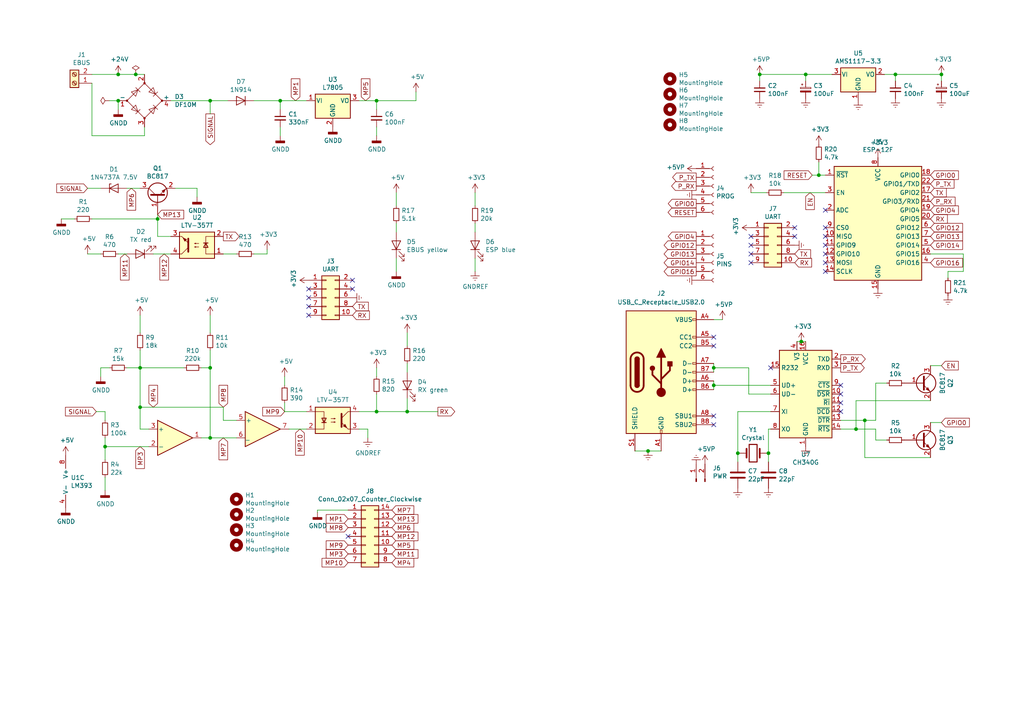
<source format=kicad_sch>
(kicad_sch (version 20211123) (generator eeschema)
  (paper "A4")
  (junction (at 250.825 121.92))
  (junction (at 207.01 111.76))
  (junction (at 40.64 118.11))
  (junction (at 30.48 129.54))
  (junction (at 81.28 29.21))
  (junction (at 222.885 131.445))
  (junction (at 259.715 21.59))
  (junction (at 39.37 21.59))
  (junction (at 109.22 119.38))
  (junction (at 213.995 131.445))
  (junction (at 45.72 63.5))
  (junction (at 34.29 29.21))
  (junction (at 109.22 29.21))
  (junction (at 40.64 106.68))
  (junction (at 237.49 50.8))
  (junction (at 248.285 124.46))
  (junction (at 187.96 130.81))
  (junction (at 233.68 21.59))
  (junction (at 60.96 29.21))
  (junction (at 273.05 21.59))
  (junction (at 118.11 119.38))
  (junction (at 34.29 21.59))
  (junction (at 220.345 21.59))
  (junction (at 60.96 127))
  (junction (at 60.96 106.68))
  (junction (at 207.01 106.68))
  (junction (at 232.41 99.06))
  (no_connect (at 239.395 68.58))
  (no_connect (at 102.235 83.82))
  (no_connect (at 243.84 111.76))
  (no_connect (at 223.52 106.68))
  (no_connect (at 207.01 100.33))
  (no_connect (at 100.965 155.575))
  (no_connect (at 89.535 86.36))
  (no_connect (at 102.235 81.28))
  (no_connect (at 207.01 97.79))
  (no_connect (at 89.535 88.9))
  (no_connect (at 217.805 73.66))
  (no_connect (at 239.395 71.12))
  (no_connect (at 243.84 116.84))
  (no_connect (at 239.395 73.66))
  (no_connect (at 239.395 66.04))
  (no_connect (at 89.535 83.82))
  (no_connect (at 230.505 68.58))
  (no_connect (at 239.395 76.2))
  (no_connect (at 207.01 123.19))
  (no_connect (at 243.84 114.3))
  (no_connect (at 239.395 78.74))
  (no_connect (at 89.535 91.44))
  (no_connect (at 217.805 76.2))
  (no_connect (at 217.805 68.58))
  (no_connect (at 243.84 119.38))
  (no_connect (at 239.395 60.96))
  (no_connect (at 207.01 120.65))
  (no_connect (at 230.505 66.04))
  (no_connect (at 217.805 71.12))
  (wire (pts (xy 60.96 91.44) (xy 60.96 96.52)))
  (wire (pts (xy 44.45 73.66) (xy 49.53 73.66)))
  (wire (pts (xy 237.49 50.8) (xy 239.395 50.8)))
  (wire (pts (xy 82.55 119.38) (xy 88.9 119.38)))
  (wire (pts (xy 81.28 29.21) (xy 88.9 29.21)))
  (wire (pts (xy 114.935 64.77) (xy 114.935 67.31)))
  (wire (pts (xy 222.885 131.445) (xy 222.885 124.46)))
  (wire (pts (xy 137.795 55.88) (xy 137.795 59.69)))
  (wire (pts (xy 222.885 131.445) (xy 222.885 133.985)))
  (wire (pts (xy 118.11 115.57) (xy 118.11 119.38)))
  (wire (pts (xy 25.4 73.66) (xy 29.21 73.66)))
  (wire (pts (xy 104.14 29.21) (xy 109.22 29.21)))
  (wire (pts (xy 36.83 54.61) (xy 40.64 54.61)))
  (wire (pts (xy 64.77 121.92) (xy 68.58 121.92)))
  (wire (pts (xy 109.22 39.37) (xy 109.22 36.83)))
  (wire (pts (xy 104.14 124.46) (xy 106.68 124.46)))
  (wire (pts (xy 50.8 54.61) (xy 57.15 54.61)))
  (wire (pts (xy 40.64 101.6) (xy 40.64 106.68)))
  (wire (pts (xy 184.15 130.81) (xy 187.96 130.81)))
  (wire (pts (xy 34.29 21.59) (xy 39.37 21.59)))
  (wire (pts (xy 233.68 21.59) (xy 233.68 23.495)))
  (wire (pts (xy 109.22 106.68) (xy 109.22 109.22)))
  (wire (pts (xy 243.84 121.92) (xy 250.825 121.92)))
  (wire (pts (xy 109.22 29.21) (xy 120.65 29.21)))
  (wire (pts (xy 187.96 130.81) (xy 191.77 130.81)))
  (wire (pts (xy 45.72 63.5) (xy 45.72 68.58)))
  (wire (pts (xy 30.48 138.43) (xy 30.48 142.24)))
  (wire (pts (xy 34.29 31.75) (xy 34.29 29.21)))
  (wire (pts (xy 269.875 73.66) (xy 279.4 73.66)))
  (wire (pts (xy 137.795 78.74) (xy 137.795 74.93)))
  (wire (pts (xy 58.42 106.68) (xy 60.96 106.68)))
  (wire (pts (xy 34.29 73.66) (xy 36.83 73.66)))
  (wire (pts (xy 92.075 147.955) (xy 92.075 148.59)))
  (wire (pts (xy 60.96 33.02) (xy 60.96 29.21)))
  (wire (pts (xy 60.96 127) (xy 68.58 127)))
  (wire (pts (xy 207.01 111.76) (xy 223.52 111.76)))
  (wire (pts (xy 40.64 118.11) (xy 64.77 118.11)))
  (wire (pts (xy 231.14 99.06) (xy 232.41 99.06)))
  (wire (pts (xy 254 127.635) (xy 257.175 127.635)))
  (wire (pts (xy 39.37 21.59) (xy 41.91 21.59)))
  (wire (pts (xy 243.84 124.46) (xy 248.285 124.46)))
  (wire (pts (xy 82.55 109.22) (xy 82.55 111.76)))
  (wire (pts (xy 17.78 63.5) (xy 21.59 63.5)))
  (wire (pts (xy 45.72 62.23) (xy 45.72 63.5)))
  (wire (pts (xy 26.67 39.37) (xy 41.91 39.37)))
  (wire (pts (xy 259.715 21.59) (xy 273.05 21.59)))
  (wire (pts (xy 213.995 131.445) (xy 214.63 131.445)))
  (wire (pts (xy 254 121.92) (xy 254 111.125)))
  (wire (pts (xy 254 111.125) (xy 257.175 111.125)))
  (wire (pts (xy 30.48 133.35) (xy 30.48 129.54)))
  (wire (pts (xy 207.01 110.49) (xy 207.01 111.76)))
  (wire (pts (xy 213.995 133.985) (xy 213.995 131.445)))
  (wire (pts (xy 118.11 119.38) (xy 127 119.38)))
  (wire (pts (xy 77.47 73.66) (xy 77.47 72.39)))
  (wire (pts (xy 223.52 114.3) (xy 217.17 114.3)))
  (wire (pts (xy 232.41 99.06) (xy 233.68 99.06)))
  (wire (pts (xy 106.68 124.46) (xy 106.68 127)))
  (wire (pts (xy 222.25 131.445) (xy 222.885 131.445)))
  (wire (pts (xy 58.42 127) (xy 60.96 127)))
  (wire (pts (xy 207.01 106.68) (xy 207.01 107.95)))
  (wire (pts (xy 269.875 122.555) (xy 273.05 122.555)))
  (wire (pts (xy 60.96 29.21) (xy 66.04 29.21)))
  (wire (pts (xy 137.795 64.77) (xy 137.795 67.31)))
  (wire (pts (xy 40.64 124.46) (xy 40.64 118.11)))
  (wire (pts (xy 217.805 55.88) (xy 222.25 55.88)))
  (wire (pts (xy 57.15 54.61) (xy 57.15 57.15)))
  (wire (pts (xy 227.33 55.88) (xy 239.395 55.88)))
  (wire (pts (xy 248.285 116.205) (xy 269.875 116.205)))
  (wire (pts (xy 250.825 121.92) (xy 254 121.92)))
  (wire (pts (xy 118.11 96.52) (xy 118.11 100.33)))
  (wire (pts (xy 207.01 105.41) (xy 207.01 106.68)))
  (wire (pts (xy 217.17 106.68) (xy 207.01 106.68)))
  (wire (pts (xy 250.825 132.715) (xy 269.875 132.715)))
  (wire (pts (xy 27.94 119.38) (xy 30.48 119.38)))
  (wire (pts (xy 237.49 46.99) (xy 237.49 50.8)))
  (wire (pts (xy 209.55 92.71) (xy 207.01 92.71)))
  (wire (pts (xy 222.885 124.46) (xy 223.52 124.46)))
  (wire (pts (xy 256.54 21.59) (xy 259.715 21.59)))
  (wire (pts (xy 213.995 119.38) (xy 223.52 119.38)))
  (wire (pts (xy 41.91 39.37) (xy 41.91 36.83)))
  (wire (pts (xy 109.22 119.38) (xy 118.11 119.38)))
  (wire (pts (xy 73.66 73.66) (xy 77.47 73.66)))
  (wire (pts (xy 29.21 106.68) (xy 31.75 106.68)))
  (wire (pts (xy 49.53 29.21) (xy 60.96 29.21)))
  (wire (pts (xy 213.995 131.445) (xy 213.995 119.38)))
  (wire (pts (xy 118.11 105.41) (xy 118.11 107.95)))
  (wire (pts (xy 220.345 21.59) (xy 233.68 21.59)))
  (wire (pts (xy 248.285 124.46) (xy 254 124.46)))
  (wire (pts (xy 25.4 54.61) (xy 29.21 54.61)))
  (wire (pts (xy 109.22 29.21) (xy 109.22 31.75)))
  (wire (pts (xy 279.4 73.66) (xy 279.4 78.74)))
  (wire (pts (xy 73.66 29.21) (xy 81.28 29.21)))
  (wire (pts (xy 109.22 114.3) (xy 109.22 119.38)))
  (wire (pts (xy 279.4 78.74) (xy 274.955 78.74)))
  (wire (pts (xy 273.05 21.59) (xy 273.05 23.495)))
  (wire (pts (xy 207.01 111.76) (xy 207.01 113.03)))
  (wire (pts (xy 60.96 101.6) (xy 60.96 106.68)))
  (wire (pts (xy 254 124.46) (xy 254 127.635)))
  (wire (pts (xy 31.75 29.21) (xy 34.29 29.21)))
  (wire (pts (xy 26.67 24.13) (xy 26.67 39.37)))
  (wire (pts (xy 81.28 29.21) (xy 81.28 31.75)))
  (wire (pts (xy 104.14 119.38) (xy 109.22 119.38)))
  (wire (pts (xy 120.65 29.21) (xy 120.65 26.67)))
  (wire (pts (xy 259.715 21.59) (xy 259.715 23.495)))
  (wire (pts (xy 100.965 147.955) (xy 92.075 147.955)))
  (wire (pts (xy 114.935 78.74) (xy 114.935 74.93)))
  (wire (pts (xy 81.28 39.37) (xy 81.28 36.83)))
  (wire (pts (xy 26.67 63.5) (xy 45.72 63.5)))
  (wire (pts (xy 30.48 129.54) (xy 30.48 127)))
  (wire (pts (xy 43.18 129.54) (xy 30.48 129.54)))
  (wire (pts (xy 274.955 78.74) (xy 274.955 80.645)))
  (wire (pts (xy 40.64 106.68) (xy 40.64 118.11)))
  (wire (pts (xy 83.82 124.46) (xy 88.9 124.46)))
  (wire (pts (xy 40.64 96.52) (xy 40.64 91.44)))
  (wire (pts (xy 43.18 124.46) (xy 40.64 124.46)))
  (wire (pts (xy 60.96 106.68) (xy 60.96 127)))
  (wire (pts (xy 250.825 121.92) (xy 250.825 132.715)))
  (wire (pts (xy 64.77 73.66) (xy 68.58 73.66)))
  (wire (pts (xy 217.17 114.3) (xy 217.17 106.68)))
  (wire (pts (xy 45.72 68.58) (xy 49.53 68.58)))
  (wire (pts (xy 30.48 119.38) (xy 30.48 121.92)))
  (wire (pts (xy 114.935 55.88) (xy 114.935 59.69)))
  (wire (pts (xy 235.585 50.8) (xy 237.49 50.8)))
  (wire (pts (xy 248.285 124.46) (xy 248.285 116.205)))
  (wire (pts (xy 64.77 118.11) (xy 64.77 121.92)))
  (wire (pts (xy 273.05 106.045) (xy 269.875 106.045)))
  (wire (pts (xy 26.67 21.59) (xy 34.29 21.59)))
  (wire (pts (xy 40.64 106.68) (xy 53.34 106.68)))
  (wire (pts (xy 36.83 106.68) (xy 40.64 106.68)))
  (wire (pts (xy 82.55 116.84) (xy 82.55 119.38)))
  (wire (pts (xy 233.68 21.59) (xy 241.3 21.59)))
  (wire (pts (xy 29.21 106.68) (xy 29.21 109.22)))
  (wire (pts (xy 220.345 21.59) (xy 220.345 23.495)))
  (global_label "MP6" (shape input) (at 113.665 153.035 0) (property "Odnośniki między arkuszami" "${INTERSHEET_REFS}" (effects hide)))
  (global_label "RESET" (shape output) (at 201.93 61.595 180) (property "Odnośniki między arkuszami" "${INTERSHEET_REFS}" (effects hide)))
  (global_label "GPIO4" (shape output) (at 201.93 68.58 180) (property "Odnośniki między arkuszami" "${INTERSHEET_REFS}" (effects hide)))
  (global_label "MP11" (shape input) (at 36.195 73.66 270) (property "Odnośniki między arkuszami" "${INTERSHEET_REFS}" (effects hide)))
  (global_label "TX" (shape input) (at 269.875 55.88 0) (property "Odnośniki między arkuszami" "${INTERSHEET_REFS}" (effects hide)))
  (global_label "P_RX" (shape output) (at 201.93 53.975 180) (property "Odnośniki między arkuszami" "${INTERSHEET_REFS}" (effects hide)))
  (global_label "GPIO16" (shape output) (at 201.93 78.74 180) (property "Odnośniki między arkuszami" "${INTERSHEET_REFS}" (effects hide)))
  (global_label "GPIO13" (shape output) (at 201.93 73.66 180) (property "Odnośniki między arkuszami" "${INTERSHEET_REFS}" (effects hide)))
  (global_label "EN" (shape input) (at 234.95 55.88 270) (property "Odnośniki między arkuszami" "${INTERSHEET_REFS}" (effects hide)))
  (global_label "MP11" (shape input) (at 113.665 160.655 0) (property "Odnośniki między arkuszami" "${INTERSHEET_REFS}" (effects hide)))
  (global_label "P_TX" (shape output) (at 243.84 106.68 0) (property "Odnośniki między arkuszami" "${INTERSHEET_REFS}" (effects hide)))
  (global_label "EN" (shape input) (at 273.05 106.045 0) (property "Odnośniki między arkuszami" "${INTERSHEET_REFS}" (effects hide)))
  (global_label "MP7" (shape input) (at 64.77 127 270) (property "Odnośniki między arkuszami" "${INTERSHEET_REFS}" (effects hide)))
  (global_label "MP13" (shape input) (at 45.72 62.23 0) (property "Odnośniki między arkuszami" "${INTERSHEET_REFS}" (effects hide)))
  (global_label "GPIO4" (shape input) (at 269.875 60.96 0) (property "Odnośniki między arkuszami" "${INTERSHEET_REFS}" (effects hide)))
  (global_label "MP10" (shape input) (at 86.995 124.46 270) (property "Odnośniki między arkuszami" "${INTERSHEET_REFS}" (effects hide)))
  (global_label "SIGNAL" (shape output) (at 60.96 33.02 270) (property "Odnośniki między arkuszami" "${INTERSHEET_REFS}" (effects hide)))
  (global_label "RESET" (shape input) (at 235.585 50.8 180) (property "Odnośniki między arkuszami" "${INTERSHEET_REFS}" (effects hide)))
  (global_label "MP10" (shape input) (at 100.965 163.195 180) (property "Odnośniki między arkuszami" "${INTERSHEET_REFS}" (effects hide)))
  (global_label "GPIO16" (shape input) (at 269.875 76.2 0) (property "Odnośniki między arkuszami" "${INTERSHEET_REFS}" (effects hide)))
  (global_label "GPIO0" (shape input) (at 273.05 122.555 0) (property "Odnośniki między arkuszami" "${INTERSHEET_REFS}" (effects hide)))
  (global_label "GPIO14" (shape input) (at 269.875 71.12 0) (property "Odnośniki między arkuszami" "${INTERSHEET_REFS}" (effects hide)))
  (global_label "MP4" (shape input) (at 44.45 118.11 90) (property "Odnośniki między arkuszami" "${INTERSHEET_REFS}" (effects hide)))
  (global_label "RX" (shape input) (at 230.505 76.2 0) (property "Odnośniki między arkuszami" "${INTERSHEET_REFS}" (effects hide)))
  (global_label "GPIO12" (shape output) (at 201.93 71.12 180) (property "Odnośniki między arkuszami" "${INTERSHEET_REFS}" (effects hide)))
  (global_label "RX" (shape input) (at 269.875 63.5 0) (property "Odnośniki między arkuszami" "${INTERSHEET_REFS}" (effects hide)))
  (global_label "TX" (shape input) (at 102.235 88.9 0) (property "Odnośniki między arkuszami" "${INTERSHEET_REFS}" (effects hide)))
  (global_label "MP5" (shape input) (at 106.045 29.21 90) (property "Odnośniki między arkuszami" "${INTERSHEET_REFS}" (effects hide)))
  (global_label "SIGNAL" (shape input) (at 25.4 54.61 180) (property "Odnośniki między arkuszami" "${INTERSHEET_REFS}" (effects hide)))
  (global_label "MP1" (shape input) (at 100.965 150.495 180) (property "Odnośniki między arkuszami" "${INTERSHEET_REFS}" (effects hide)))
  (global_label "GPIO0" (shape input) (at 269.875 50.8 0) (property "Odnośniki między arkuszami" "${INTERSHEET_REFS}" (effects hide)))
  (global_label "MP3" (shape input) (at 40.64 129.54 270) (property "Odnośniki między arkuszami" "${INTERSHEET_REFS}" (effects hide)))
  (global_label "TX" (shape input) (at 230.505 73.66 0) (property "Odnośniki między arkuszami" "${INTERSHEET_REFS}" (effects hide)))
  (global_label "MP7" (shape input) (at 113.665 147.955 0) (property "Odnośniki między arkuszami" "${INTERSHEET_REFS}" (effects hide)))
  (global_label "MP12" (shape input) (at 113.665 155.575 0) (property "Odnośniki między arkuszami" "${INTERSHEET_REFS}" (effects hide)))
  (global_label "GPIO13" (shape input) (at 269.875 68.58 0) (property "Odnośniki między arkuszami" "${INTERSHEET_REFS}" (effects hide)))
  (global_label "GPIO12" (shape input) (at 269.875 66.04 0) (property "Odnośniki między arkuszami" "${INTERSHEET_REFS}" (effects hide)))
  (global_label "MP3" (shape input) (at 100.965 160.655 180) (property "Odnośniki między arkuszami" "${INTERSHEET_REFS}" (effects hide)))
  (global_label "GPIO0" (shape output) (at 201.93 59.055 180) (property "Odnośniki między arkuszami" "${INTERSHEET_REFS}" (effects hide)))
  (global_label "RX" (shape input) (at 102.235 91.44 0) (property "Odnośniki między arkuszami" "${INTERSHEET_REFS}" (effects hide)))
  (global_label "SIGNAL" (shape input) (at 27.94 119.38 180) (property "Odnośniki między arkuszami" "${INTERSHEET_REFS}" (effects hide)))
  (global_label "GPIO14" (shape output) (at 201.93 76.2 180) (property "Odnośniki między arkuszami" "${INTERSHEET_REFS}" (effects hide)))
  (global_label "MP6" (shape input) (at 38.1 54.61 270) (property "Odnośniki między arkuszami" "${INTERSHEET_REFS}" (effects hide)))
  (global_label "P_RX" (shape output) (at 243.84 104.14 0) (property "Odnośniki między arkuszami" "${INTERSHEET_REFS}" (effects hide)))
  (global_label "MP12" (shape input) (at 47.625 73.66 270) (property "Odnośniki między arkuszami" "${INTERSHEET_REFS}" (effects hide)))
  (global_label "P_TX" (shape output) (at 201.93 51.435 180) (property "Odnośniki między arkuszami" "${INTERSHEET_REFS}" (effects hide)))
  (global_label "P_RX" (shape input) (at 269.875 58.42 0) (property "Odnośniki między arkuszami" "${INTERSHEET_REFS}" (effects hide)))
  (global_label "MP13" (shape input) (at 113.665 150.495 0) (property "Odnośniki między arkuszami" "${INTERSHEET_REFS}" (effects hide)))
  (global_label "RX" (shape output) (at 127 119.38 0) (property "Odnośniki między arkuszami" "${INTERSHEET_REFS}" (effects hide)))
  (global_label "MP5" (shape input) (at 113.665 158.115 0) (property "Odnośniki między arkuszami" "${INTERSHEET_REFS}" (effects hide)))
  (global_label "MP4" (shape input) (at 113.665 163.195 0) (property "Odnośniki między arkuszami" "${INTERSHEET_REFS}" (effects hide)))
  (global_label "MP1" (shape input) (at 85.725 29.21 90) (property "Odnośniki między arkuszami" "${INTERSHEET_REFS}" (effects hide)))
  (global_label "MP8" (shape input) (at 100.965 153.035 180) (property "Odnośniki między arkuszami" "${INTERSHEET_REFS}" (effects hide)))
  (global_label "MP8" (shape input) (at 64.77 118.11 90) (property "Odnośniki między arkuszami" "${INTERSHEET_REFS}" (effects hide)))
  (global_label "MP9" (shape input) (at 100.965 158.115 180) (property "Odnośniki między arkuszami" "${INTERSHEET_REFS}" (effects hide)))
  (global_label "TX" (shape output) (at 64.77 68.58 0) (property "Odnośniki między arkuszami" "${INTERSHEET_REFS}" (effects hide)))
  (global_label "P_TX" (shape input) (at 269.875 53.34 0) (property "Odnośniki między arkuszami" "${INTERSHEET_REFS}" (effects hide)))
  (global_label "MP9" (shape input) (at 82.55 119.38 180) (property "Odnośniki między arkuszami" "${INTERSHEET_REFS}" (effects hide)))
  (symbol (lib_id "Connector:Screw_Terminal_01x02") (at 21.59 24.13 180) (unit 1)
    (property "Reference" "J1" (at 23.6728 15.875 0))
    (property "Value" "EBUS" (at 23.6728 18.1864 0))
    (property "Footprint" "TerminalBlock_4Ucon:TerminalBlock_4Ucon_1x02_P3.50mm_Horizontal" (effects hide))
  )
  (symbol (lib_id "Device:D_Bridge_-AA+") (at 41.91 29.21 0) (unit 1)
    (property "Reference" "D3" (at 50.6476 28.0416 0) (effects (justify left)))
    (property "Value" "DF10M" (at 50.6476 30.353 0) (effects (justify left)))
    (property "Footprint" "Diode_SMD:Diode_Bridge_Bourns_CD-DF4xxS" (effects hide))
    (property "Datasheet" "http://www.vishay.com/docs/88571/dfm.pdf" (effects hide))
  )
  (symbol (lib_id "Regulator_Linear:LM7805_TO220") (at 96.52 29.21 0) (unit 1)
    (property "Reference" "U3" (at 96.52 23.0632 0))
    (property "Value" "L7805" (at 96.52 25.3746 0))
    (property "Footprint" "Package_TO_SOT_SMD:TO-263-2" (effects hide))
    (property "Datasheet" "http://www.ti.com/lit/ds/symlink/lm393.pdf" (effects hide))
  )
  (symbol (lib_id "power:GNDD") (at 34.29 31.75 0) (unit 1)
    (property "Reference" "#PWR07" (effects hide))
    (property "Value" "GNDD" (at 34.3916 35.687 0))
  )
  (symbol (lib_id "power:GNDD") (at 96.52 36.83 0) (unit 1)
    (property "Reference" "#PWR015" (effects hide))
    (property "Value" "GNDD" (at 96.6216 40.767 0))
  )
  (symbol (lib_id "power:+5V") (at 120.65 26.67 0) (unit 1)
    (property "Reference" "#PWR018" (effects hide))
    (property "Value" "+5V" (at 121.031 22.2758 0))
  )
  (symbol (lib_id "Diode:ZPYxx") (at 33.02 54.61 0) (unit 1)
    (property "Reference" "D1" (at 33.02 49.0982 0))
    (property "Value" "1N4737A 7.5V" (at 33.02 51.4096 0))
    (property "Footprint" "Diode_SMD:D_SOD-123" (effects hide))
    (property "Datasheet" "http://www.vishay.com/docs/85790/zpy3v9.pdf" (effects hide))
  )
  (symbol (lib_id "Transistor_BJT:BC817") (at 45.72 57.15 90) (unit 1)
    (property "Reference" "Q1" (at 45.72 48.8188 90))
    (property "Value" "BC817" (at 45.72 51.1302 90))
    (property "Footprint" "Package_TO_SOT_SMD:SOT-23" (effects hide))
    (property "Datasheet" "https://diotec.com/tl_files/diotec/files/pdf/datasheets/bc337.pdf" (effects hide))
  )
  (symbol (lib_id "power:GNDD") (at 57.15 57.15 0) (unit 1)
    (property "Reference" "#PWR09" (effects hide))
    (property "Value" "GNDD" (at 57.2516 61.087 0))
  )
  (symbol (lib_id "Device:R_Small") (at 24.13 63.5 270) (unit 1)
    (property "Reference" "R1" (at 24.13 58.5216 90))
    (property "Value" "220" (at 24.13 60.833 90))
    (property "Footprint" "Resistor_SMD:R_1206_3216Metric" (effects hide))
  )
  (symbol (lib_id "power:GNDD") (at 17.78 63.5 0) (unit 1)
    (property "Reference" "#PWR01" (effects hide))
    (property "Value" "GNDD" (at 17.8816 67.437 0))
  )
  (symbol (lib_id "Device:LED") (at 40.64 73.66 180) (unit 1)
    (property "Reference" "D2" (at 40.8178 67.183 0))
    (property "Value" "TX red" (at 40.8178 69.4944 0))
    (property "Footprint" "Diode_SMD:D_1206_3216Metric" (effects hide))
  )
  (symbol (lib_id "Device:R_Small") (at 31.75 73.66 270) (unit 1)
    (property "Reference" "R6" (at 31.75 68.6816 90))
    (property "Value" "470" (at 31.75 70.993 90))
    (property "Footprint" "Resistor_SMD:R_1206_3216Metric" (effects hide))
  )
  (symbol (lib_id "power:+5V") (at 25.4 73.66 0) (unit 1)
    (property "Reference" "#PWR05" (effects hide))
    (property "Value" "+5V" (at 25.781 69.2658 0))
  )
  (symbol (lib_id "Device:R_Small") (at 71.12 73.66 270) (unit 1)
    (property "Reference" "R13" (at 71.12 68.6816 90))
    (property "Value" "470" (at 71.12 70.993 90))
    (property "Footprint" "Resistor_SMD:R_1206_3216Metric" (effects hide))
  )
  (symbol (lib_id "Device:R_Small") (at 30.48 124.46 180) (unit 1)
    (property "Reference" "R3" (at 31.9786 123.2916 0) (effects (justify right)))
    (property "Value" "100k" (at 31.9786 125.603 0) (effects (justify right)))
    (property "Footprint" "Resistor_SMD:R_1206_3216Metric" (effects hide))
  )
  (symbol (lib_id "Device:C_Small") (at 81.28 34.29 0) (unit 1)
    (property "Reference" "C1" (at 83.6168 33.1216 0) (effects (justify left)))
    (property "Value" "330nF" (at 83.6168 35.433 0) (effects (justify left)))
    (property "Footprint" "Capacitor_SMD:C_1206_3216Metric" (effects hide))
  )
  (symbol (lib_id "power:GNDD") (at 81.28 39.37 0) (unit 1)
    (property "Reference" "#PWR012" (effects hide))
    (property "Value" "GNDD" (at 81.3816 43.307 0))
  )
  (symbol (lib_id "Device:R_Small") (at 30.48 135.89 180) (unit 1)
    (property "Reference" "R4" (at 31.9786 134.7216 0) (effects (justify right)))
    (property "Value" "22k" (at 31.9786 137.033 0) (effects (justify right)))
    (property "Footprint" "Resistor_SMD:R_1206_3216Metric" (effects hide))
  )
  (symbol (lib_id "power:GNDD") (at 30.48 142.24 0) (unit 1)
    (property "Reference" "#PWR06" (effects hide))
    (property "Value" "GNDD" (at 30.5816 146.177 0))
  )
  (symbol (lib_id "Comparator:LM393") (at 50.8 127 0) (unit 1)
    (property "Reference" "U1" (effects hide))
    (property "Value" "LM393" (effects hide))
    (property "Footprint" "Package_SO:SOIC-8_3.9x4.9mm_P1.27mm" (effects hide))
    (property "Datasheet" "http://www.ti.com/lit/ds/symlink/lm393.pdf" (effects hide))
  )
  (symbol (lib_id "Comparator:LM393") (at 76.2 124.46 0) (unit 2)
    (property "Reference" "U1" (effects hide))
    (property "Value" "LM393" (effects hide))
    (property "Footprint" "Package_SO:SOIC-8_3.9x4.9mm_P1.27mm" (effects hide))
    (property "Datasheet" "http://www.ti.com/lit/ds/symlink/lm393.pdf" (effects hide))
  )
  (symbol (lib_id "Comparator:LM393") (at 21.59 139.7 0) (unit 3)
    (property "Reference" "U1" (at 20.5232 138.5316 0) (effects (justify left)))
    (property "Value" "LM393" (at 20.5232 140.843 0) (effects (justify left)))
    (property "Footprint" "Package_SO:SOIC-8_3.9x4.9mm_P1.27mm" (effects hide))
    (property "Datasheet" "http://www.ti.com/lit/ds/symlink/lm393.pdf" (effects hide))
  )
  (symbol (lib_id "power:GNDD") (at 19.05 147.32 0) (unit 1)
    (property "Reference" "#PWR03" (effects hide))
    (property "Value" "GNDD" (at 19.1516 151.257 0))
  )
  (symbol (lib_id "Diode:MMBD914") (at 69.85 29.21 180) (unit 1)
    (property "Reference" "D7" (at 69.85 23.6982 0))
    (property "Value" "1N914" (at 69.85 26.0096 0))
    (property "Footprint" "Package_TO_SOT_SMD:SOT-23" (effects hide))
    (property "Datasheet" "http://www.vishay.com/docs/85622/1n914.pdf" (effects hide))
  )
  (symbol (lib_id "power:+5V") (at 19.05 132.08 0) (unit 1)
    (property "Reference" "#PWR02" (effects hide))
    (property "Value" "+5V" (at 19.431 127.6858 0))
  )
  (symbol (lib_id "Device:R_Small") (at 34.29 106.68 270) (unit 1)
    (property "Reference" "R7" (at 34.29 101.7016 90))
    (property "Value" "15k" (at 34.29 104.013 90))
    (property "Footprint" "Resistor_SMD:R_1206_3216Metric" (effects hide))
  )
  (symbol (lib_id "power:GNDD") (at 29.21 109.22 0) (unit 1)
    (property "Reference" "#PWR04" (effects hide))
    (property "Value" "GNDD" (at 29.3116 113.157 0))
  )
  (symbol (lib_id "Device:R_Small") (at 40.64 99.06 180) (unit 1)
    (property "Reference" "R9" (at 42.1386 97.8916 0) (effects (justify right)))
    (property "Value" "18k" (at 42.1386 100.203 0) (effects (justify right)))
    (property "Footprint" "Resistor_SMD:R_1206_3216Metric" (effects hide))
  )
  (symbol (lib_id "power:+5V") (at 40.64 91.44 0) (unit 1)
    (property "Reference" "#PWR08" (effects hide))
    (property "Value" "+5V" (at 41.021 87.0458 0))
  )
  (symbol (lib_id "Device:C_Small") (at 109.22 34.29 0) (unit 1)
    (property "Reference" "C6" (at 111.5568 33.1216 0) (effects (justify left)))
    (property "Value" "100nF" (at 111.5568 35.433 0) (effects (justify left)))
    (property "Footprint" "Capacitor_SMD:C_1206_3216Metric" (effects hide))
  )
  (symbol (lib_id "power:GNDD") (at 109.22 39.37 0) (unit 1)
    (property "Reference" "#PWR042" (effects hide))
    (property "Value" "GNDD" (at 109.3216 43.307 0))
  )
  (symbol (lib_id "Device:R_Small") (at 60.96 99.06 180) (unit 1)
    (property "Reference" "R11" (at 62.4586 97.8916 0) (effects (justify right)))
    (property "Value" "10k" (at 62.4586 100.203 0) (effects (justify right)))
    (property "Footprint" "Resistor_SMD:R_1206_3216Metric" (effects hide))
  )
  (symbol (lib_id "power:+5V") (at 60.96 91.44 0) (unit 1)
    (property "Reference" "#PWR010" (effects hide))
    (property "Value" "+5V" (at 61.341 87.0458 0))
  )
  (symbol (lib_id "Device:R_Small") (at 55.88 106.68 270) (unit 1)
    (property "Reference" "R10" (at 55.88 101.7016 90))
    (property "Value" "220k" (at 55.88 104.013 90))
    (property "Footprint" "Resistor_SMD:R_1206_3216Metric" (effects hide))
  )
  (symbol (lib_id "Device:R_Small") (at 82.55 114.3 180) (unit 1)
    (property "Reference" "R14" (at 84.0486 113.1316 0) (effects (justify right)))
    (property "Value" "390" (at 84.0486 115.443 0) (effects (justify right)))
    (property "Footprint" "Resistor_SMD:R_1206_3216Metric" (effects hide))
  )
  (symbol (lib_id "power:+5V") (at 82.55 109.22 0) (unit 1)
    (property "Reference" "#PWR014" (effects hide))
    (property "Value" "+5V" (at 82.931 104.8258 0))
  )
  (symbol (lib_id "power:GNDREF") (at 106.68 127 0) (unit 1)
    (property "Reference" "#PWR019" (effects hide))
    (property "Value" "GNDREF" (at 106.807 131.3942 0))
  )
  (symbol (lib_id "Device:R_Small") (at 109.22 111.76 180) (unit 1)
    (property "Reference" "R15" (at 110.7186 110.5916 0) (effects (justify right)))
    (property "Value" "820" (at 110.7186 112.903 0) (effects (justify right)))
    (property "Footprint" "Resistor_SMD:R_1206_3216Metric" (effects hide))
  )
  (symbol (lib_id "Device:LED") (at 118.11 111.76 90) (unit 1)
    (property "Reference" "D4" (at 121.1072 110.7694 90) (effects (justify right)))
    (property "Value" "RX green" (at 121.1072 113.0808 90) (effects (justify right)))
    (property "Footprint" "Diode_SMD:D_1206_3216Metric" (effects hide))
  )
  (symbol (lib_id "Device:R_Small") (at 118.11 102.87 180) (unit 1)
    (property "Reference" "R16" (at 119.6086 101.7016 0) (effects (justify right)))
    (property "Value" "220" (at 119.6086 104.013 0) (effects (justify right)))
    (property "Footprint" "Resistor_SMD:R_1206_3216Metric" (effects hide))
  )
  (symbol (lib_id "Device:LED") (at 114.935 71.12 90) (unit 1)
    (property "Reference" "D5" (at 117.9322 70.1294 90) (effects (justify right)))
    (property "Value" "EBUS yellow" (at 117.9322 72.4408 90) (effects (justify right)))
    (property "Footprint" "Diode_SMD:D_1206_3216Metric" (effects hide))
  )
  (symbol (lib_id "Device:R_Small") (at 114.935 62.23 180) (unit 1)
    (property "Reference" "R17" (at 116.4336 61.0616 0) (effects (justify right)))
    (property "Value" "5.1k" (at 116.4336 63.373 0) (effects (justify right)))
    (property "Footprint" "Resistor_SMD:R_1206_3216Metric" (effects hide))
  )
  (symbol (lib_id "power:+5V") (at 114.935 55.88 0) (unit 1)
    (property "Reference" "#PWR024" (effects hide))
    (property "Value" "+5V" (at 115.316 51.4858 0))
  )
  (symbol (lib_id "power:GNDD") (at 114.935 78.74 0) (unit 1)
    (property "Reference" "#PWR025" (effects hide))
    (property "Value" "GNDD" (at 115.0366 82.677 0))
  )
  (symbol (lib_id "power:GNDREF") (at 102.235 86.36 90) (unit 1)
    (property "Reference" "#PWR017" (effects hide))
    (property "Value" "GNDREF" (effects hide))
  )
  (symbol (lib_id "power:PWR_FLAG") (at 31.75 29.21 90) (unit 1)
    (property "Reference" "#FLG01" (effects hide))
    (property "Value" "PWR_FLAG" (effects hide))
  )
  (symbol (lib_id "Mechanical:MountingHole") (at 68.58 144.78 0) (unit 1)
    (property "Reference" "H1" (at 71.12 143.6116 0) (effects (justify left)))
    (property "Value" "MountingHole" (at 71.12 145.923 0) (effects (justify left)))
    (property "Footprint" "MountingHole:MountingHole_3.2mm_M3" (effects hide))
  )
  (symbol (lib_id "Mechanical:MountingHole") (at 68.58 149.225 0) (unit 1)
    (property "Reference" "H2" (at 71.12 148.0566 0) (effects (justify left)))
    (property "Value" "MountingHole" (at 71.12 150.368 0) (effects (justify left)))
    (property "Footprint" "MountingHole:MountingHole_3.2mm_M3" (effects hide))
  )
  (symbol (lib_id "Mechanical:MountingHole") (at 68.58 153.67 0) (unit 1)
    (property "Reference" "H3" (at 71.12 152.5016 0) (effects (justify left)))
    (property "Value" "MountingHole" (at 71.12 154.813 0) (effects (justify left)))
    (property "Footprint" "MountingHole:MountingHole_3.2mm_M3" (effects hide))
  )
  (symbol (lib_id "Mechanical:MountingHole") (at 68.58 158.115 0) (unit 1)
    (property "Reference" "H4" (at 71.12 156.9466 0) (effects (justify left)))
    (property "Value" "MountingHole" (at 71.12 159.258 0) (effects (justify left)))
    (property "Footprint" "MountingHole:MountingHole_3.2mm_M3" (effects hide))
  )
  (symbol (lib_id "Connector_Generic:Conn_02x05_Odd_Even") (at 94.615 86.36 0) (unit 1)
    (property "Reference" "J3" (at 95.885 75.7682 0))
    (property "Value" "UART" (at 95.885 78.0796 0))
    (property "Footprint" "Connector_PinSocket_2.54mm:PinSocket_2x05_P2.54mm_Vertical" (effects hide))
  )
  (symbol (lib_id "power:+3.3V") (at 137.795 55.88 0) (unit 1)
    (property "Reference" "#PWR0101" (effects hide))
    (property "Value" "+3.3V" (at 138.176 51.4858 0))
  )
  (symbol (lib_id "power:+3.3V") (at 118.11 96.52 0) (unit 1)
    (property "Reference" "#PWR022" (effects hide))
    (property "Value" "+3.3V" (at 118.491 92.1258 0))
  )
  (symbol (lib_id "power:+3.3V") (at 109.22 106.68 0) (unit 1)
    (property "Reference" "#PWR020" (effects hide))
    (property "Value" "+3.3V" (at 109.601 102.2858 0))
  )
  (symbol (lib_id "power:+3.3V") (at 77.47 72.39 0) (unit 1)
    (property "Reference" "#PWR013" (effects hide))
    (property "Value" "+3.3V" (at 77.851 67.9958 0))
  )
  (symbol (lib_id "power:+3.3V") (at 89.535 81.28 90) (unit 1)
    (property "Reference" "#PWR016" (effects hide))
    (property "Value" "+3.3V" (at 85.1408 80.899 0))
  )
  (symbol (lib_id "Device:LED") (at 137.795 71.12 90) (unit 1)
    (property "Reference" "D6" (at 140.7922 70.1294 90) (effects (justify right)))
    (property "Value" "ESP blue" (at 140.7922 72.4408 90) (effects (justify right)))
    (property "Footprint" "Diode_SMD:D_1206_3216Metric" (effects hide))
  )
  (symbol (lib_id "Device:R_Small") (at 137.795 62.23 180) (unit 1)
    (property "Reference" "R19" (at 139.2936 61.0616 0) (effects (justify right)))
    (property "Value" "20k" (at 139.2936 63.373 0) (effects (justify right)))
    (property "Footprint" "Resistor_SMD:R_1206_3216Metric" (effects hide))
  )
  (symbol (lib_id "power:GNDREF") (at 137.795 78.74 0) (unit 1)
    (property "Reference" "#PWR028" (effects hide))
    (property "Value" "GNDREF" (at 137.922 83.1342 0))
  )
  (symbol (lib_id "power:PWR_FLAG") (at 39.37 21.59 0) (unit 1)
    (property "Reference" "#FLG0101" (effects hide))
    (property "Value" "PWR_FLAG" (effects hide))
  )
  (symbol (lib_id "RF_Module:ESP-12F") (at 254.635 66.04 0) (unit 1)
    (property "Reference" "U6" (at 254.635 41.1226 0))
    (property "Value" "ESP-12F" (at 254.635 43.434 0))
    (property "Footprint" "RF_Module:ESP-12E" (effects hide))
    (property "Datasheet" "http://wiki.ai-thinker.com/_media/esp8266/esp8266_series_modules_user_manual_v1.1.pdf" (effects hide))
  )
  (symbol (lib_id "Device:R_Small") (at 224.79 55.88 270) (unit 1)
    (property "Reference" "R18" (at 224.79 50.9016 90))
    (property "Value" "10k" (at 224.79 53.213 90))
    (property "Footprint" "Resistor_SMD:R_1206_3216Metric" (effects hide))
  )
  (symbol (lib_id "power:+3.3V") (at 217.805 55.88 0) (unit 1)
    (property "Reference" "#PWR0102" (effects hide))
    (property "Value" "+3.3V" (at 218.186 51.4858 0))
  )
  (symbol (lib_id "Device:R_Small") (at 237.49 44.45 180) (unit 1)
    (property "Reference" "R20" (at 238.9886 43.2816 0) (effects (justify right)))
    (property "Value" "4.7k" (at 238.9886 45.593 0) (effects (justify right)))
    (property "Footprint" "Resistor_SMD:R_1206_3216Metric" (effects hide))
  )
  (symbol (lib_id "power:+3.3V") (at 237.49 41.91 0) (unit 1)
    (property "Reference" "#PWR0103" (effects hide))
    (property "Value" "+3.3V" (at 237.871 37.5158 0))
  )
  (symbol (lib_id "power:+3.3V") (at 254.635 45.72 0) (unit 1)
    (property "Reference" "#PWR0104" (effects hide))
    (property "Value" "+3.3V" (at 255.016 41.3258 0))
  )
  (symbol (lib_id "power:GNDREF") (at 254.635 83.82 0) (unit 1)
    (property "Reference" "#PWR0105" (effects hide))
    (property "Value" "GNDREF" (effects hide))
  )
  (symbol (lib_id "Regulator_Linear:AMS1117-3.3") (at 248.92 21.59 0) (unit 1)
    (property "Reference" "U5" (at 248.92 15.4432 0))
    (property "Value" "AMS1117-3.3" (at 248.92 17.7546 0))
    (property "Footprint" "Package_TO_SOT_SMD:SOT-223-3_TabPin2" (effects hide))
    (property "Datasheet" "http://www.advanced-monolithic.com/pdf/ds1117.pdf" (effects hide))
  )
  (symbol (lib_id "Device:C_Small") (at 259.715 26.035 0) (unit 1)
    (property "Reference" "C4" (at 262.0518 24.8666 0) (effects (justify left)))
    (property "Value" "100nF" (at 262.0518 27.178 0) (effects (justify left)))
    (property "Footprint" "Capacitor_SMD:C_1206_3216Metric" (effects hide))
  )
  (symbol (lib_id "Device:CP_Small") (at 273.05 26.035 0) (unit 1)
    (property "Reference" "C5" (at 275.2852 24.8666 0) (effects (justify left)))
    (property "Value" "100uF" (at 275.2852 27.178 0) (effects (justify left)))
    (property "Footprint" "Capacitor_SMD:CP_Elec_6.3x5.4" (effects hide))
  )
  (symbol (lib_id "power:+3.3V") (at 273.05 21.59 0) (unit 1)
    (property "Reference" "#PWR0106" (effects hide))
    (property "Value" "+3.3V" (at 273.431 17.1958 0))
  )
  (symbol (lib_id "power:GNDREF") (at 259.715 28.575 0) (unit 1)
    (property "Reference" "#PWR0107" (effects hide))
    (property "Value" "GNDREF" (effects hide))
  )
  (symbol (lib_id "power:GNDREF") (at 273.05 28.575 0) (unit 1)
    (property "Reference" "#PWR0108" (effects hide))
    (property "Value" "GNDREF" (effects hide))
  )
  (symbol (lib_id "power:GNDREF") (at 248.92 29.21 0) (unit 1)
    (property "Reference" "#PWR0109" (effects hide))
    (property "Value" "GNDREF" (effects hide))
  )
  (symbol (lib_id "Device:C_Small") (at 220.345 26.035 0) (unit 1)
    (property "Reference" "C2" (at 222.6818 24.8666 0) (effects (justify left)))
    (property "Value" "100nF" (at 222.6818 27.178 0) (effects (justify left)))
    (property "Footprint" "Capacitor_SMD:C_1206_3216Metric" (effects hide))
  )
  (symbol (lib_id "Device:CP_Small") (at 233.68 26.035 0) (unit 1)
    (property "Reference" "C3" (at 235.9152 24.8666 0) (effects (justify left)))
    (property "Value" "100uF" (at 235.9152 27.178 0) (effects (justify left)))
    (property "Footprint" "Capacitor_SMD:CP_Elec_6.3x5.4" (effects hide))
  )
  (symbol (lib_id "power:GNDREF") (at 220.345 28.575 0) (unit 1)
    (property "Reference" "#PWR0110" (effects hide))
    (property "Value" "GNDREF" (effects hide))
  )
  (symbol (lib_id "power:GNDREF") (at 233.68 28.575 0) (unit 1)
    (property "Reference" "#PWR0111" (effects hide))
    (property "Value" "GNDREF" (effects hide))
  )
  (symbol (lib_id "power:+5VP") (at 220.345 21.59 0) (unit 1)
    (property "Reference" "#PWR0112" (effects hide))
    (property "Value" "+5VP" (at 220.726 17.1958 0))
  )
  (symbol (lib_id "Connector:Conn_01x02_Male") (at 201.93 139.7 90) (unit 1)
    (property "Reference" "J6" (at 206.7052 135.7884 90) (effects (justify right)))
    (property "Value" "PWR" (at 206.7052 138.0998 90) (effects (justify right)))
    (property "Footprint" "Connector_PinHeader_2.54mm:PinHeader_1x02_P2.54mm_Vertical" (effects hide))
  )
  (symbol (lib_id "Connector:Conn_01x06_Female") (at 207.01 53.975 0) (unit 1)
    (property "Reference" "J4" (at 207.7212 54.5846 0) (effects (justify left)))
    (property "Value" "PROG" (at 207.7212 56.896 0) (effects (justify left)))
    (property "Footprint" "Connector_PinHeader_2.54mm:PinHeader_1x06_P2.54mm_Vertical" (effects hide))
  )
  (symbol (lib_id "Connector:Conn_01x06_Female") (at 207.01 73.66 0) (unit 1)
    (property "Reference" "J5" (at 207.7212 74.2696 0) (effects (justify left)))
    (property "Value" "PINS" (at 207.7212 76.581 0) (effects (justify left)))
    (property "Footprint" "Connector_PinHeader_2.54mm:PinHeader_1x06_P2.54mm_Vertical" (effects hide))
  )
  (symbol (lib_id "Connector_Generic:Conn_02x05_Odd_Even") (at 222.885 71.12 0) (unit 1)
    (property "Reference" "J7" (at 224.155 60.5282 0))
    (property "Value" "UART" (at 224.155 62.8396 0))
    (property "Footprint" "Connector_PinHeader_2.54mm:PinHeader_2x05_P2.54mm_Vertical" (effects hide))
  )
  (symbol (lib_id "power:+5VP") (at 201.93 48.895 90) (unit 1)
    (property "Reference" "#PWR0115" (effects hide))
    (property "Value" "+5VP" (at 198.6788 48.514 90) (effects (justify left)))
  )
  (symbol (lib_id "power:GNDREF") (at 201.93 56.515 270) (unit 1)
    (property "Reference" "#PWR0116" (effects hide))
    (property "Value" "GNDREF" (effects hide))
  )
  (symbol (lib_id "power:+3.3V") (at 217.805 66.04 90) (unit 1)
    (property "Reference" "#PWR0117" (effects hide))
    (property "Value" "+3.3V" (at 213.4108 65.659 0))
  )
  (symbol (lib_id "power:GNDREF") (at 230.505 71.12 90) (unit 1)
    (property "Reference" "#PWR0118" (effects hide))
    (property "Value" "GNDREF" (effects hide))
  )
  (symbol (lib_id "power:+24V") (at 34.29 21.59 0) (unit 1)
    (property "Reference" "#PWR0119" (effects hide))
    (property "Value" "+24V" (at 34.671 17.1958 0))
  )
  (symbol (lib_id "Isolator:LTV-357T") (at 57.15 71.12 180) (unit 1)
    (property "Reference" "U2" (at 57.15 63.0682 0))
    (property "Value" "LTV-357T" (at 57.15 65.3796 0))
    (property "Footprint" "Package_SO:SO-4_4.4x3.6mm_P2.54mm" (effects hide))
    (property "Datasheet" "https://www.buerklin.com/medias/sys_master/download/download/h91/ha0/8892020588574.pdf" (effects hide))
  )
  (symbol (lib_id "Isolator:LTV-357T") (at 96.52 121.92 0) (unit 1)
    (property "Reference" "U4" (at 96.52 113.665 0))
    (property "Value" "LTV-357T" (at 96.52 115.9764 0))
    (property "Footprint" "Package_SO:SO-4_4.4x3.6mm_P2.54mm" (effects hide))
    (property "Datasheet" "https://www.buerklin.com/medias/sys_master/download/download/h91/ha0/8892020588574.pdf" (effects hide))
  )
  (symbol (lib_id "Mechanical:MountingHole") (at 194.31 22.86 0) (unit 1)
    (property "Reference" "H5" (at 196.85 21.6916 0) (effects (justify left)))
    (property "Value" "MountingHole" (at 196.85 24.003 0) (effects (justify left)))
    (property "Footprint" "MountingHole:MountingHole_3.2mm_M3" (effects hide))
  )
  (symbol (lib_id "Mechanical:MountingHole") (at 194.31 27.305 0) (unit 1)
    (property "Reference" "H6" (at 196.85 26.1366 0) (effects (justify left)))
    (property "Value" "MountingHole" (at 196.85 28.448 0) (effects (justify left)))
    (property "Footprint" "MountingHole:MountingHole_3.2mm_M3" (effects hide))
  )
  (symbol (lib_id "Mechanical:MountingHole") (at 194.31 31.75 0) (unit 1)
    (property "Reference" "H7" (at 196.85 30.5816 0) (effects (justify left)))
    (property "Value" "MountingHole" (at 196.85 32.893 0) (effects (justify left)))
    (property "Footprint" "MountingHole:MountingHole_3.2mm_M3" (effects hide))
  )
  (symbol (lib_id "Mechanical:MountingHole") (at 194.31 36.195 0) (unit 1)
    (property "Reference" "H8" (at 196.85 35.0266 0) (effects (justify left)))
    (property "Value" "MountingHole" (at 196.85 37.338 0) (effects (justify left)))
    (property "Footprint" "MountingHole:MountingHole_3.2mm_M3" (effects hide))
  )
  (symbol (lib_id "power:GNDREF") (at 201.93 81.28 270) (unit 1)
    (property "Reference" "#PWR0120" (effects hide))
    (property "Value" "GNDREF" (effects hide))
  )
  (symbol (lib_id "Device:R_Small") (at 274.955 83.185 180) (unit 1)
    (property "Reference" "R21" (at 276.4536 82.0166 0) (effects (justify right)))
    (property "Value" "4.7k" (at 276.4536 84.328 0) (effects (justify right)))
    (property "Footprint" "Resistor_SMD:R_1206_3216Metric" (effects hide))
  )
  (symbol (lib_id "power:GNDREF") (at 274.955 85.725 0) (unit 1)
    (property "Reference" "#PWR0121" (effects hide))
    (property "Value" "GNDREF" (effects hide))
  )
  (symbol (lib_id "Connector_Generic:Conn_02x07_Counter_Clockwise") (at 106.045 155.575 0) (unit 1)
    (property "Reference" "J8" (at 107.315 142.4432 0))
    (property "Value" "Conn_02x07_Counter_Clockwise" (at 107.315 144.7546 0))
    (property "Footprint" "Connector_PinHeader_1.27mm:PinHeader_2x07_P1.27mm_Vertical" (effects hide))
  )
  (symbol (lib_id "power:GNDD") (at 92.075 148.59 0) (unit 1)
    (property "Reference" "#PWR0122" (effects hide))
    (property "Value" "GNDD" (at 92.1766 152.527 0))
  )
  (symbol (lib_id "power:GNDREF") (at 201.93 134.62 180) (unit 1)
    (property "Reference" "#PWR011" (effects hide))
    (property "Value" "GNDREF" (effects hide))
  )
  (symbol (lib_id "power:+5VP") (at 204.47 134.62 0) (unit 1)
    (property "Reference" "#PWR021" (effects hide))
    (property "Value" "+5VP" (at 204.851 130.2258 0))
  )
  (symbol (lib_id "Interface_USB:CH340G") (at 233.68 114.3 0) (unit 1)
    (property "Reference" "U7" (at 233.68 131.8006 0))
    (property "Value" "CH340G" (at 233.68 134.112 0))
    (property "Footprint" "Package_SO:SOIC-16_3.9x9.9mm_P1.27mm" (effects hide))
    (property "Datasheet" "http://www.datasheet5.com/pdf-local-2195953" (effects hide))
  )
  (symbol (lib_id "power:+3.3V") (at 232.41 99.06 0) (unit 1)
    (property "Reference" "#PWR026" (effects hide))
    (property "Value" "+3.3V" (at 232.791 94.6658 0))
  )
  (symbol (lib_id "power:GNDREF") (at 233.68 129.54 0) (unit 1)
    (property "Reference" "#PWR027" (effects hide))
    (property "Value" "GNDREF" (effects hide))
  )
  (symbol (lib_id "Transistor_BJT:BC817") (at 267.335 111.125 0) (unit 1)
    (property "Reference" "Q2" (at 275.6662 111.125 90))
    (property "Value" "BC817" (at 273.3548 111.125 90))
    (property "Footprint" "Package_TO_SOT_SMD:SOT-23" (effects hide))
    (property "Datasheet" "https://diotec.com/tl_files/diotec/files/pdf/datasheets/bc337.pdf" (effects hide))
  )
  (symbol (lib_id "Device:R_Small") (at 259.715 111.125 270) (unit 1)
    (property "Reference" "R2" (at 259.715 106.1466 90))
    (property "Value" "10k" (at 259.715 108.458 90))
    (property "Footprint" "Resistor_SMD:R_1206_3216Metric" (effects hide))
  )
  (symbol (lib_id "Transistor_BJT:BC817") (at 267.335 127.635 0) (unit 1)
    (property "Reference" "Q3" (at 275.6662 127.635 90))
    (property "Value" "BC817" (at 273.3548 127.635 90))
    (property "Footprint" "Package_TO_SOT_SMD:SOT-23" (effects hide))
    (property "Datasheet" "https://diotec.com/tl_files/diotec/files/pdf/datasheets/bc337.pdf" (effects hide))
  )
  (symbol (lib_id "Device:R_Small") (at 259.715 127.635 270) (unit 1)
    (property "Reference" "R5" (at 259.715 122.6566 90))
    (property "Value" "10k" (at 259.715 124.968 90))
    (property "Footprint" "Resistor_SMD:R_1206_3216Metric" (effects hide))
  )
  (symbol (lib_id "Device:C") (at 213.995 137.795 0) (unit 1)
    (property "Reference" "C7" (at 216.916 136.6266 0) (effects (justify left)))
    (property "Value" "22pF" (at 216.916 138.938 0) (effects (justify left)))
    (property "Footprint" "Capacitor_SMD:C_0805_2012Metric" (effects hide))
  )
  (symbol (lib_id "Device:C") (at 222.885 137.795 0) (unit 1)
    (property "Reference" "C8" (at 225.806 136.6266 0) (effects (justify left)))
    (property "Value" "22pF" (at 225.806 138.938 0) (effects (justify left)))
    (property "Footprint" "Capacitor_SMD:C_0805_2012Metric" (effects hide))
  )
  (symbol (lib_id "power:GNDREF") (at 213.995 141.605 0) (unit 1)
    (property "Reference" "#PWR023" (effects hide))
    (property "Value" "GNDREF" (effects hide))
  )
  (symbol (lib_id "power:GNDREF") (at 222.885 141.605 0) (unit 1)
    (property "Reference" "#PWR029" (effects hide))
    (property "Value" "GNDREF" (effects hide))
  )
  (symbol (lib_id "Device:Crystal") (at 218.44 131.445 0) (unit 1)
    (property "Reference" "Y1" (at 218.44 124.6378 0))
    (property "Value" "Crystal" (at 218.44 126.9492 0))
    (property "Footprint" "Crystal:Crystal_SMD_HC49-SD" (effects hide))
  )
  (symbol (lib_id "power:GNDREF") (at 187.96 130.81 0) (unit 1)
    (property "Reference" "#PWR0114" (effects hide))
    (property "Value" "GNDREF" (effects hide))
  )
  (symbol (lib_id "Connector:USB_C_Receptacle_USB2.0") (at 191.77 107.95 0) (unit 1)
    (property "Reference" "J2" (at 191.77 85.09 0))
    (property "Value" "USB_C_Receptacle_USB2.0" (at 191.77 87.63 0))
    (property "Footprint" "Connector_USB:USB_C_Receptacle_HRO_TYPE-C-31-M-12" (effects hide))
    (property "Datasheet" "https://www.usb.org/sites/default/files/documents/usb_type-c.zip" (effects hide))
  )
  (symbol (lib_id "power:+5VP") (at 209.55 92.71 0) (unit 1)
    (property "Reference" "#PWR0113" (effects hide))
    (property "Value" "+5VP" (at 209.931 88.3158 0))
  )
)
</source>
